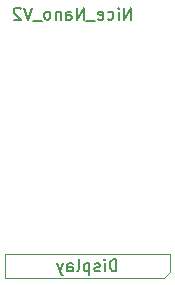
<source format=gbr>
%TF.GenerationSoftware,KiCad,Pcbnew,8.0.2-1*%
%TF.CreationDate,2024-06-04T22:44:42+02:00*%
%TF.ProjectId,keyboard_right,6b657962-6f61-4726-945f-72696768742e,rev?*%
%TF.SameCoordinates,Original*%
%TF.FileFunction,AssemblyDrawing,Bot*%
%FSLAX46Y46*%
G04 Gerber Fmt 4.6, Leading zero omitted, Abs format (unit mm)*
G04 Created by KiCad (PCBNEW 8.0.2-1) date 2024-06-04 22:44:42*
%MOMM*%
%LPD*%
G01*
G04 APERTURE LIST*
%ADD10C,0.150000*%
%ADD11C,0.100000*%
G04 APERTURE END LIST*
D10*
X194428571Y-46397319D02*
X194428571Y-45397319D01*
X194428571Y-45397319D02*
X193857143Y-46397319D01*
X193857143Y-46397319D02*
X193857143Y-45397319D01*
X193380952Y-46397319D02*
X193380952Y-45730652D01*
X193380952Y-45397319D02*
X193428571Y-45444938D01*
X193428571Y-45444938D02*
X193380952Y-45492557D01*
X193380952Y-45492557D02*
X193333333Y-45444938D01*
X193333333Y-45444938D02*
X193380952Y-45397319D01*
X193380952Y-45397319D02*
X193380952Y-45492557D01*
X192476191Y-46349700D02*
X192571429Y-46397319D01*
X192571429Y-46397319D02*
X192761905Y-46397319D01*
X192761905Y-46397319D02*
X192857143Y-46349700D01*
X192857143Y-46349700D02*
X192904762Y-46302080D01*
X192904762Y-46302080D02*
X192952381Y-46206842D01*
X192952381Y-46206842D02*
X192952381Y-45921128D01*
X192952381Y-45921128D02*
X192904762Y-45825890D01*
X192904762Y-45825890D02*
X192857143Y-45778271D01*
X192857143Y-45778271D02*
X192761905Y-45730652D01*
X192761905Y-45730652D02*
X192571429Y-45730652D01*
X192571429Y-45730652D02*
X192476191Y-45778271D01*
X191666667Y-46349700D02*
X191761905Y-46397319D01*
X191761905Y-46397319D02*
X191952381Y-46397319D01*
X191952381Y-46397319D02*
X192047619Y-46349700D01*
X192047619Y-46349700D02*
X192095238Y-46254461D01*
X192095238Y-46254461D02*
X192095238Y-45873509D01*
X192095238Y-45873509D02*
X192047619Y-45778271D01*
X192047619Y-45778271D02*
X191952381Y-45730652D01*
X191952381Y-45730652D02*
X191761905Y-45730652D01*
X191761905Y-45730652D02*
X191666667Y-45778271D01*
X191666667Y-45778271D02*
X191619048Y-45873509D01*
X191619048Y-45873509D02*
X191619048Y-45968747D01*
X191619048Y-45968747D02*
X192095238Y-46063985D01*
X191428572Y-46492557D02*
X190666667Y-46492557D01*
X190428571Y-46397319D02*
X190428571Y-45397319D01*
X190428571Y-45397319D02*
X189857143Y-46397319D01*
X189857143Y-46397319D02*
X189857143Y-45397319D01*
X188952381Y-46397319D02*
X188952381Y-45873509D01*
X188952381Y-45873509D02*
X189000000Y-45778271D01*
X189000000Y-45778271D02*
X189095238Y-45730652D01*
X189095238Y-45730652D02*
X189285714Y-45730652D01*
X189285714Y-45730652D02*
X189380952Y-45778271D01*
X188952381Y-46349700D02*
X189047619Y-46397319D01*
X189047619Y-46397319D02*
X189285714Y-46397319D01*
X189285714Y-46397319D02*
X189380952Y-46349700D01*
X189380952Y-46349700D02*
X189428571Y-46254461D01*
X189428571Y-46254461D02*
X189428571Y-46159223D01*
X189428571Y-46159223D02*
X189380952Y-46063985D01*
X189380952Y-46063985D02*
X189285714Y-46016366D01*
X189285714Y-46016366D02*
X189047619Y-46016366D01*
X189047619Y-46016366D02*
X188952381Y-45968747D01*
X188476190Y-45730652D02*
X188476190Y-46397319D01*
X188476190Y-45825890D02*
X188428571Y-45778271D01*
X188428571Y-45778271D02*
X188333333Y-45730652D01*
X188333333Y-45730652D02*
X188190476Y-45730652D01*
X188190476Y-45730652D02*
X188095238Y-45778271D01*
X188095238Y-45778271D02*
X188047619Y-45873509D01*
X188047619Y-45873509D02*
X188047619Y-46397319D01*
X187428571Y-46397319D02*
X187523809Y-46349700D01*
X187523809Y-46349700D02*
X187571428Y-46302080D01*
X187571428Y-46302080D02*
X187619047Y-46206842D01*
X187619047Y-46206842D02*
X187619047Y-45921128D01*
X187619047Y-45921128D02*
X187571428Y-45825890D01*
X187571428Y-45825890D02*
X187523809Y-45778271D01*
X187523809Y-45778271D02*
X187428571Y-45730652D01*
X187428571Y-45730652D02*
X187285714Y-45730652D01*
X187285714Y-45730652D02*
X187190476Y-45778271D01*
X187190476Y-45778271D02*
X187142857Y-45825890D01*
X187142857Y-45825890D02*
X187095238Y-45921128D01*
X187095238Y-45921128D02*
X187095238Y-46206842D01*
X187095238Y-46206842D02*
X187142857Y-46302080D01*
X187142857Y-46302080D02*
X187190476Y-46349700D01*
X187190476Y-46349700D02*
X187285714Y-46397319D01*
X187285714Y-46397319D02*
X187428571Y-46397319D01*
X186904762Y-46492557D02*
X186142857Y-46492557D01*
X186047618Y-45397319D02*
X185714285Y-46397319D01*
X185714285Y-46397319D02*
X185380952Y-45397319D01*
X185095237Y-45492557D02*
X185047618Y-45444938D01*
X185047618Y-45444938D02*
X184952380Y-45397319D01*
X184952380Y-45397319D02*
X184714285Y-45397319D01*
X184714285Y-45397319D02*
X184619047Y-45444938D01*
X184619047Y-45444938D02*
X184571428Y-45492557D01*
X184571428Y-45492557D02*
X184523809Y-45587795D01*
X184523809Y-45587795D02*
X184523809Y-45683033D01*
X184523809Y-45683033D02*
X184571428Y-45825890D01*
X184571428Y-45825890D02*
X185142856Y-46397319D01*
X185142856Y-46397319D02*
X184523809Y-46397319D01*
X193202380Y-67704819D02*
X193202380Y-66704819D01*
X193202380Y-66704819D02*
X192964285Y-66704819D01*
X192964285Y-66704819D02*
X192821428Y-66752438D01*
X192821428Y-66752438D02*
X192726190Y-66847676D01*
X192726190Y-66847676D02*
X192678571Y-66942914D01*
X192678571Y-66942914D02*
X192630952Y-67133390D01*
X192630952Y-67133390D02*
X192630952Y-67276247D01*
X192630952Y-67276247D02*
X192678571Y-67466723D01*
X192678571Y-67466723D02*
X192726190Y-67561961D01*
X192726190Y-67561961D02*
X192821428Y-67657200D01*
X192821428Y-67657200D02*
X192964285Y-67704819D01*
X192964285Y-67704819D02*
X193202380Y-67704819D01*
X192202380Y-67704819D02*
X192202380Y-67038152D01*
X192202380Y-66704819D02*
X192249999Y-66752438D01*
X192249999Y-66752438D02*
X192202380Y-66800057D01*
X192202380Y-66800057D02*
X192154761Y-66752438D01*
X192154761Y-66752438D02*
X192202380Y-66704819D01*
X192202380Y-66704819D02*
X192202380Y-66800057D01*
X191773809Y-67657200D02*
X191678571Y-67704819D01*
X191678571Y-67704819D02*
X191488095Y-67704819D01*
X191488095Y-67704819D02*
X191392857Y-67657200D01*
X191392857Y-67657200D02*
X191345238Y-67561961D01*
X191345238Y-67561961D02*
X191345238Y-67514342D01*
X191345238Y-67514342D02*
X191392857Y-67419104D01*
X191392857Y-67419104D02*
X191488095Y-67371485D01*
X191488095Y-67371485D02*
X191630952Y-67371485D01*
X191630952Y-67371485D02*
X191726190Y-67323866D01*
X191726190Y-67323866D02*
X191773809Y-67228628D01*
X191773809Y-67228628D02*
X191773809Y-67181009D01*
X191773809Y-67181009D02*
X191726190Y-67085771D01*
X191726190Y-67085771D02*
X191630952Y-67038152D01*
X191630952Y-67038152D02*
X191488095Y-67038152D01*
X191488095Y-67038152D02*
X191392857Y-67085771D01*
X190916666Y-67038152D02*
X190916666Y-68038152D01*
X190916666Y-67085771D02*
X190821428Y-67038152D01*
X190821428Y-67038152D02*
X190630952Y-67038152D01*
X190630952Y-67038152D02*
X190535714Y-67085771D01*
X190535714Y-67085771D02*
X190488095Y-67133390D01*
X190488095Y-67133390D02*
X190440476Y-67228628D01*
X190440476Y-67228628D02*
X190440476Y-67514342D01*
X190440476Y-67514342D02*
X190488095Y-67609580D01*
X190488095Y-67609580D02*
X190535714Y-67657200D01*
X190535714Y-67657200D02*
X190630952Y-67704819D01*
X190630952Y-67704819D02*
X190821428Y-67704819D01*
X190821428Y-67704819D02*
X190916666Y-67657200D01*
X189869047Y-67704819D02*
X189964285Y-67657200D01*
X189964285Y-67657200D02*
X190011904Y-67561961D01*
X190011904Y-67561961D02*
X190011904Y-66704819D01*
X189059523Y-67704819D02*
X189059523Y-67181009D01*
X189059523Y-67181009D02*
X189107142Y-67085771D01*
X189107142Y-67085771D02*
X189202380Y-67038152D01*
X189202380Y-67038152D02*
X189392856Y-67038152D01*
X189392856Y-67038152D02*
X189488094Y-67085771D01*
X189059523Y-67657200D02*
X189154761Y-67704819D01*
X189154761Y-67704819D02*
X189392856Y-67704819D01*
X189392856Y-67704819D02*
X189488094Y-67657200D01*
X189488094Y-67657200D02*
X189535713Y-67561961D01*
X189535713Y-67561961D02*
X189535713Y-67466723D01*
X189535713Y-67466723D02*
X189488094Y-67371485D01*
X189488094Y-67371485D02*
X189392856Y-67323866D01*
X189392856Y-67323866D02*
X189154761Y-67323866D01*
X189154761Y-67323866D02*
X189059523Y-67276247D01*
X188678570Y-67038152D02*
X188440475Y-67704819D01*
X188202380Y-67038152D02*
X188440475Y-67704819D01*
X188440475Y-67704819D02*
X188535713Y-67942914D01*
X188535713Y-67942914D02*
X188583332Y-67990533D01*
X188583332Y-67990533D02*
X188678570Y-68038152D01*
D11*
%TO.C,Display*%
X183750000Y-66250000D02*
X197750000Y-66250000D01*
X183750000Y-68250000D02*
X183750000Y-66250000D01*
X197250000Y-68250000D02*
X183750000Y-68250000D01*
X197750000Y-66250000D02*
X197750000Y-67750000D01*
X197750000Y-67750000D02*
X197250000Y-68250000D01*
%TD*%
M02*

</source>
